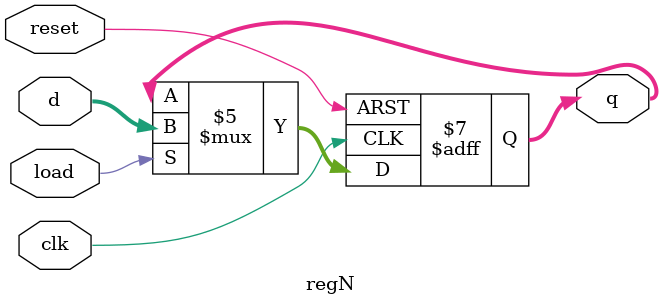
<source format=sv>
module regN #(parameter N=8) (
   output logic [N-1:0] q,
   input logic clk,
   input logic load,
   input logic reset,
   input logic [N-1:0] d
   );
   
   // Internal storage
   //logic [N-1:0] latched;
   
   // Delay only used for simulation
   //assign #(5ps) q = (oe == '1) ? latched : 'z;
   
   always_ff @(posedge clk, negedge reset) begin
   
      if (reset == 1'b0) begin
         q <= 'dz;
		end
      else if (clk == '1) begin
         if (load == '1) begin
            q <= d;
         end
      end
            
   end
   
endmodule


</source>
